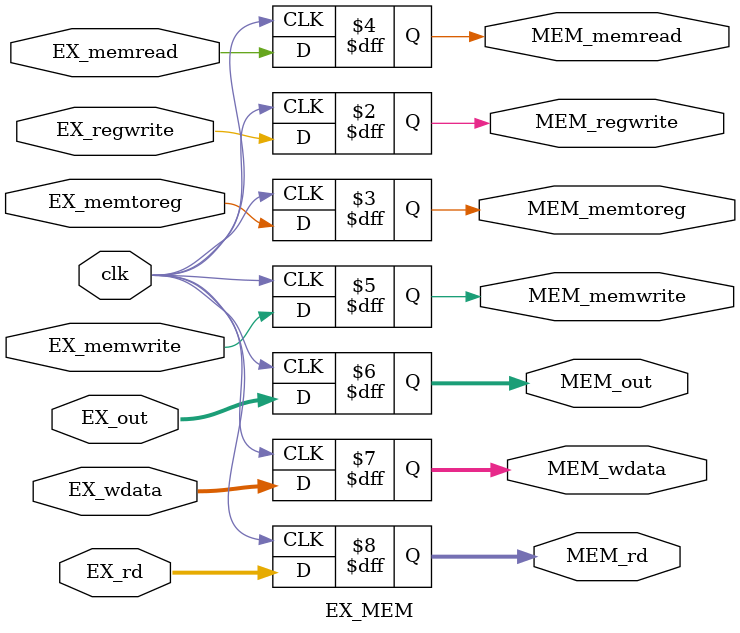
<source format=v>
module EX_MEM (
    input clk,
    input EX_regwrite,
    input EX_memtoreg,
    input EX_memread,
    input EX_memwrite,
    input [18:0] EX_out,
    input [18:0] EX_wdata,
    input [2:0] EX_rd,
    output reg MEM_regwrite,
    output reg MEM_memtoreg,
    output reg MEM_memread,
    output reg MEM_memwrite,
    output reg [18:0] MEM_out,
    output reg [18:0] MEM_wdata,
    output reg [2:0] MEM_rd
);

    always @(posedge clk ) begin
        MEM_regwrite <= EX_regwrite;
        MEM_memtoreg <= EX_memtoreg;
        MEM_memread <= EX_memread;
        MEM_memwrite <= EX_memwrite;
        MEM_out <= EX_out;
        MEM_wdata <= EX_wdata;
        MEM_rd <= EX_rd;
    end

endmodule

</source>
